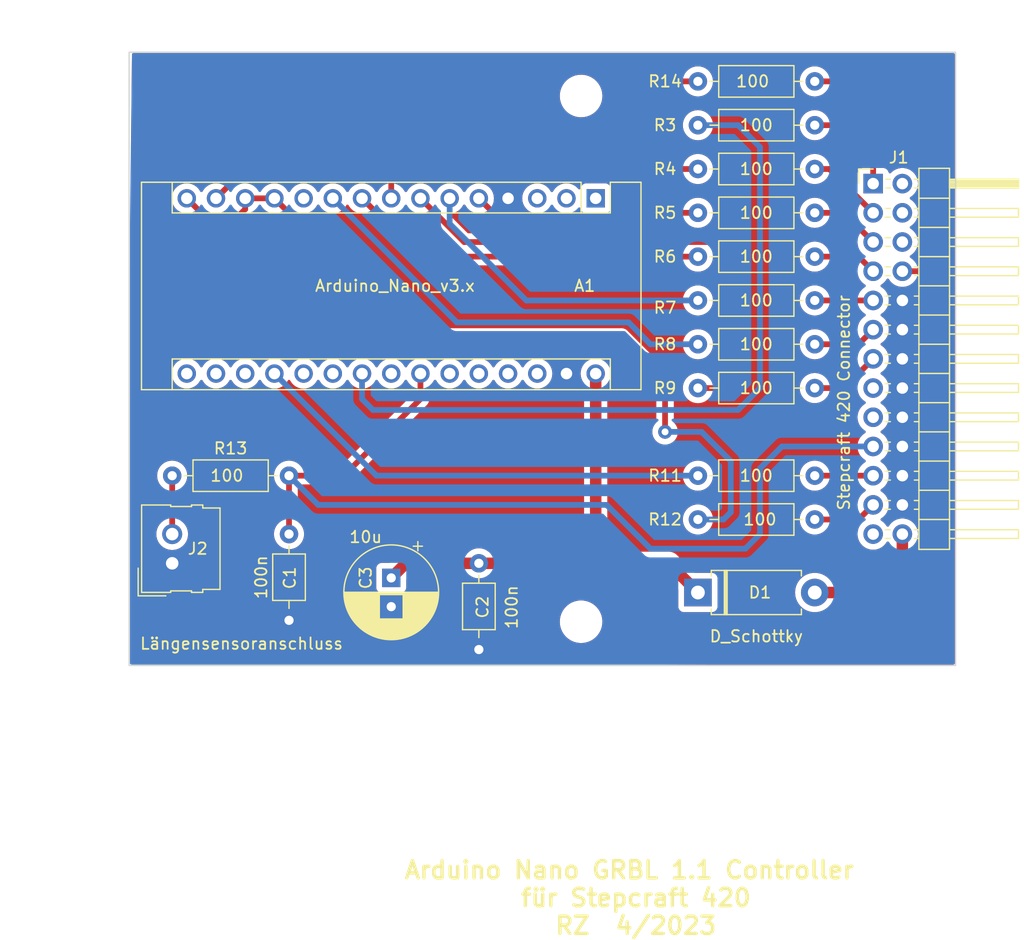
<source format=kicad_pcb>
(kicad_pcb (version 20221018) (generator pcbnew)
  (layers (0 "F.Cu" power) (31 "B.Cu" power) (34 "B.Paste" user) (35 "F.Paste" user) (36 "B.SilkS" user "B.Silkscreen") (37 "F.SilkS" user "F.Silkscreen") (38 "B.Mask" user) (39 "F.Mask" user) (44 "Edge.Cuts" user))
  (net 0 "")
  (net 1 "/STEP_X")
  (net 2 "/STEP_Y")
  (net 4 "GND")
  (net 6 "/STEP_Z")
  (net 7 "/SC_REF_XYZ")
  (net 9 "/DIR_X")
  (net 10 "/SC_DIR_Z")
  (net 12 "/SC_DIR_Y")
  (net 13 "/SC_DIR_X")
  (net 15 "/SC_STEP_Z")
  (net 16 "/SC_STEP_Y")
  (net 18 "/SC_STEP_X")
  (net 20 "/SC_STOP")
  (net 24 "/SC_VCC_5V")
  (net 29 "/SC_Length_Probe")
  (net 30 "/SC_Spindle_On_Off")
  (net 31 "/SC_Spindle_PWM")
  (net 32 "/DIR_Y")
  (net 33 "/DIR_Z")
  (net 34 "Net-(A1-VIN)")
  (net 35 "/REF_XYZ")
  (net 36 "/Spindle_PWM")
  (net 38 "/STOP")
  (net 39 "/Spindle_On_Off")
  (net 45 "Net-(J2-Pin_2)")
  (footprint "Module:Arduino_Nano" (layer "F.Cu") (at 70.8025 67.32 -90)
    (fp_text reference "A1" (at 7.61 0.9525) (layer "F.SilkS"))
    (fp_text value "Arduino_Nano_v3.x" (at 7.61 17.4625) (layer "F.SilkS"))
    (pad "1" thru_hole rect (at 0 0 270) (size 1.6 1.6) (drill 1) (layers "*.Cu" "*.Mask"))
    (pad "2" thru_hole oval (at 0 2.54 270) (size 1.6 1.6) (drill 1) (layers "*.Cu" "*.Mask"))
    (pad "3" thru_hole oval (at 0 5.08 270) (size 1.6 1.6) (drill 1) (layers "*.Cu" "*.Mask"))
    (pad "4" thru_hole oval (at 0 7.62 270) (size 1.6 1.6) (drill 1) (layers "*.Cu" "*.Mask") (net 4 "GND"))
    (pad "5" thru_hole oval (at 0 10.16 270) (size 1.6 1.6) (drill 1) (layers "*.Cu" "*.Mask") (net 1 "/STEP_X"))
    (pad "6" thru_hole oval (at 0 12.7 270) (size 1.6 1.6) (drill 1) (layers "*.Cu" "*.Mask") (net 2 "/STEP_Y"))
    (pad "7" thru_hole oval (at 0 15.24 270) (size 1.6 1.6) (drill 1) (layers "*.Cu" "*.Mask") (net 6 "/STEP_Z"))
    (pad "8" thru_hole oval (at 0 17.78 270) (size 1.6 1.6) (drill 1) (layers "*.Cu" "*.Mask") (net 9 "/DIR_X"))
    (pad "9" thru_hole oval (at 0 20.32 270) (size 1.6 1.6) (drill 1) (layers "*.Cu" "*.Mask") (net 32 "/DIR_Y"))
    (pad "10" thru_hole oval (at 0 22.86 270) (size 1.6 1.6) (drill 1) (layers "*.Cu" "*.Mask") (net 33 "/DIR_Z"))
    (pad "11" thru_hole oval (at 0 25.4 270) (size 1.6 1.6) (drill 1) (layers "*.Cu" "*.Mask"))
    (pad "12" thru_hole oval (at 0 27.94 270) (size 1.6 1.6) (drill 1) (layers "*.Cu" "*.Mask") (net 35 "/REF_XYZ"))
    (pad "13" thru_hole oval (at 0 30.48 270) (size 1.6 1.6) (drill 1) (layers "*.Cu" "*.Mask") (net 35 "/REF_XYZ"))
    (pad "14" thru_hole oval (at 0 33.02 270) (size 1.6 1.6) (drill 1) (layers "*.Cu" "*.Mask") (net 36 "/Spindle_PWM"))
    (pad "15" thru_hole oval (at 0 35.56 270) (size 1.6 1.6) (drill 1) (layers "*.Cu" "*.Mask") (net 35 "/REF_XYZ"))
    (pad "16" thru_hole oval (at 15.24 35.56 270) (size 1.6 1.6) (drill 1) (layers "*.Cu" "*.Mask"))
    (pad "17" thru_hole oval (at 15.24 33.02 270) (size 1.6 1.6) (drill 1) (layers "*.Cu" "*.Mask"))
    (pad "18" thru_hole oval (at 15.24 30.48 270) (size 1.6 1.6) (drill 1) (layers "*.Cu" "*.Mask"))
    (pad "19" thru_hole oval (at 15.24 27.94 270) (size 1.6 1.6) (drill 1) (layers "*.Cu" "*.Mask") (net 38 "/STOP"))
    (pad "20" thru_hole oval (at 15.24 25.4 270) (size 1.6 1.6) (drill 1) (layers "*.Cu" "*.Mask"))
    (pad "21" thru_hole oval (at 15.24 22.86 270) (size 1.6 1.6) (drill 1) (layers "*.Cu" "*.Mask"))
    (pad "22" thru_hole oval (at 15.24 20.32 270) (size 1.6 1.6) (drill 1) (layers "*.Cu" "*.Mask") (net 39 "/Spindle_On_Off"))
    (pad "23" thru_hole oval (at 15.24 17.78 270) (size 1.6 1.6) (drill 1) (layers "*.Cu" "*.Mask"))
    (pad "24" thru_hole oval (at 15.24 15.24 270) (size 1.6 1.6) (drill 1) (layers "*.Cu" "*.Mask") (net 29 "/SC_Length_Probe"))
    (pad "25" thru_hole oval (at 15.24 12.7 270) (size 1.6 1.6) (drill 1) (layers "*.Cu" "*.Mask"))
    (pad "26" thru_hole oval (at 15.24 10.16 270) (size 1.6 1.6) (drill 1) (layers "*.Cu" "*.Mask"))
    (pad "27" thru_hole oval (at 15.24 7.62 270) (size 1.6 1.6) (drill 1) (layers "*.Cu" "*.Mask"))
    (pad "28" thru_hole oval (at 15.24 5.08 270) (size 1.6 1.6) (drill 1) (layers "*.Cu" "*.Mask"))
    (pad "29" thru_hole oval (at 15.24 2.54 270) (size 1.6 1.6) (drill 1) (layers "*.Cu" "*.Mask") (net 4 "GND"))
    (pad "30" thru_hole oval (at 15.24 0 270) (size 1.6 1.6) (drill 1) (layers "*.Cu" "*.Mask") (net 34 "Net-(A1-VIN)"))
  )
  (footprint "Capacitor_THT:C_Axial_L3.8mm_D2.6mm_P7.50mm_Horizontal" (layer "F.Cu") (at 44.1325 96.52 -90)
    (fp_text reference "C1" (at 3.81 -0.0635 90) (layer "F.SilkS"))
    (fp_text value "100n" (at 3.75 2.42 90) (layer "F.SilkS"))
    (pad "1" thru_hole circle (at 0 0 270) (size 1.6 1.6) (drill 0.8) (layers "*.Cu" "*.Mask") (net 29 "/SC_Length_Probe"))
    (pad "2" thru_hole oval (at 7.5 0 270) (size 1.6 1.6) (drill 0.8) (layers "*.Cu" "*.Mask") (net 4 "GND"))
  )
  (footprint "Resistor_THT:R_Axial_DIN0207_L6.3mm_D2.5mm_P10.16mm_Horizontal" (layer "F.Cu") (at 89.8525 60.96 180)
    (fp_text reference "R3" (at 13.0175 0) (layer "F.SilkS"))
    (fp_text value "100" (at 5.08 0) (layer "F.SilkS"))
    (pad "1" thru_hole circle (at 0 0 180) (size 1.6 1.6) (drill 0.8) (layers "*.Cu" "*.Mask") (net 30 "/SC_Spindle_On_Off"))
    (pad "2" thru_hole oval (at 10.16 0 180) (size 1.6 1.6) (drill 0.8) (layers "*.Cu" "*.Mask") (net 39 "/Spindle_On_Off"))
  )
  (footprint "Resistor_THT:R_Axial_DIN0207_L6.3mm_D2.5mm_P10.16mm_Horizontal" (layer "F.Cu") (at 89.8525 57.15 180)
    (fp_text reference "R14" (at 13.0175 0) (layer "F.SilkS"))
    (fp_text value "100" (at 5.3975 0) (layer "F.SilkS"))
    (pad "1" thru_hole circle (at 0 0 180) (size 1.6 1.6) (drill 0.8) (layers "*.Cu" "*.Mask") (net 31 "/SC_Spindle_PWM"))
    (pad "2" thru_hole oval (at 10.16 0 180) (size 1.6 1.6) (drill 0.8) (layers "*.Cu" "*.Mask") (net 36 "/Spindle_PWM"))
  )
  (footprint "MountingHole:MountingHole_3.2mm_M3" (layer "F.Cu") (at 69.5325 104.14)
    (fp_text reference "H1" hide)
    (fp_text value "MountingHole" hide)
    (pad "" np_thru_hole circle (at 0 0) (size 3.2 3.2) (drill 3.2) (layers "F&B.Cu" "*.Mask"))
  )
  (footprint "Resistor_THT:R_Axial_DIN0207_L6.3mm_D2.5mm_P10.16mm_Horizontal" (layer "F.Cu") (at 89.8525 80.01 180)
    (fp_text reference "R8" (at 13.0175 0) (layer "F.SilkS"))
    (fp_text value "100" (at 5.08 0) (layer "F.SilkS"))
    (pad "1" thru_hole circle (at 0 0 180) (size 1.6 1.6) (drill 0.8) (layers "*.Cu" "*.Mask") (net 10 "/SC_DIR_Z"))
    (pad "2" thru_hole oval (at 10.16 0 180) (size 1.6 1.6) (drill 0.8) (layers "*.Cu" "*.Mask") (net 33 "/DIR_Z"))
  )
  (footprint "Capacitor_THT:CP_Radial_D8.0mm_P2.50mm" (layer "F.Cu") (at 53.0225 100.33 -90)
    (fp_text reference "C3" (at 0 2.2225 90) (layer "F.SilkS"))
    (fp_text value "10u" (at -3.556 2.2225) (layer "F.SilkS"))
    (pad "1" thru_hole rect (at 0 0 270) (size 1.6 1.6) (drill 0.8) (layers "*.Cu" "*.Mask") (net 34 "Net-(A1-VIN)"))
    (pad "2" thru_hole circle (at 2.5 0 270) (size 1.6 1.6) (drill 0.8) (layers "*.Cu" "*.Mask") (net 4 "GND"))
  )
  (footprint "Connector_PinHeader_2.54mm:PinHeader_2x13_P2.54mm_Horizontal_top_bootom" (layer "F.Cu") (at 94.9325 66.04)
    (fp_text reference "J1" (at 2.2225 -2.27) (layer "F.SilkS"))
    (fp_text value "Stepcraft 420 Connector" (at -2.54 19.05 90) (layer "F.SilkS"))
    (pad "1" thru_hole rect (at 0 0) (size 1.7 1.7) (drill 1) (layers "*.Cu" "*.Mask") (net 30 "/SC_Spindle_On_Off"))
    (pad "2" thru_hole oval (at 0 2.54) (size 1.7 1.7) (drill 1) (layers "*.Cu" "*.Mask") (net 13 "/SC_DIR_X"))
    (pad "3" thru_hole oval (at 0 5.08) (size 1.7 1.7) (drill 1) (layers "*.Cu" "*.Mask") (net 18 "/SC_STEP_X"))
    (pad "4" thru_hole oval (at 0 7.62) (size 1.7 1.7) (drill 1) (layers "*.Cu" "*.Mask") (net 12 "/SC_DIR_Y"))
    (pad "5" thru_hole oval (at 0 10.16) (size 1.7 1.7) (drill 1) (layers "*.Cu" "*.Mask") (net 16 "/SC_STEP_Y"))
    (pad "6" thru_hole oval (at 0 12.7) (size 1.7 1.7) (drill 1) (layers "*.Cu" "*.Mask") (net 10 "/SC_DIR_Z"))
    (pad "7" thru_hole oval (at 0 15.24) (size 1.7 1.7) (drill 1) (layers "*.Cu" "*.Mask") (net 15 "/SC_STEP_Z"))
    (pad "8" thru_hole oval (at 0 17.78) (size 1.7 1.7) (drill 1) (layers "*.Cu" "*.Mask"))
    (pad "9" thru_hole oval (at 0 20.32) (size 1.7 1.7) (drill 1) (layers "*.Cu" "*.Mask"))
    (pad "10" thru_hole oval (at 0 22.86) (size 1.7 1.7) (drill 1) (layers "*.Cu" "*.Mask") (net 29 "/SC_Length_Probe"))
    (pad "11" thru_hole oval (at 0 25.4) (size 1.7 1.7) (drill 1) (layers "*.Cu" "*.Mask") (net 20 "/SC_STOP"))
    (pad "12" thru_hole oval (at 0 27.94) (size 1.7 1.7) (drill 1) (layers "*.Cu" "*.Mask") (net 7 "/SC_REF_XYZ"))
    (pad "13" thru_hole oval (at 0 30.48) (size 1.7 1.7) (drill 1) (layers "*.Cu" "*.Mask"))
    (pad "14" thru_hole oval (at 2.54 0) (size 1.7 1.7) (drill 1) (layers "*.Cu" "*.Mask"))
    (pad "15" thru_hole oval (at 2.54 2.54) (size 1.7 1.7) (drill 1) (layers "*.Cu" "*.Mask"))
    (pad "16" thru_hole oval (at 2.54 5.08) (size 1.7 1.7) (drill 1) (layers "*.Cu" "*.Mask"))
    (pad "17" thru_hole oval (at 2.54 7.62) (size 1.7 1.7) (drill 1) (layers "*.Cu" "*.Mask") (net 31 "/SC_Spindle_PWM"))
    (pad "18" thru_hole oval (at 2.54 10.16) (size 1.7 1.7) (drill 1) (layers "*.Cu" "*.Mask") (net 4 "GND"))
    (pad "19" thru_hole oval (at 2.54 12.7) (size 1.7 1.7) (drill 1) (layers "*.Cu" "*.Mask") (net 4 "GND"))
    (pad "20" thru_hole oval (at 2.54 15.24) (size 1.7 1.7) (drill 1) (layers "*.Cu" "*.Mask") (net 4 "GND"))
    (pad "21" thru_hole oval (at 2.54 17.78) (size 1.7 1.7) (drill 1) (layers "*.Cu" "*.Mask") (net 4 "GND"))
    (pad "22" thru_hole oval (at 2.54 20.32) (size 1.7 1.7) (drill 1) (layers "*.Cu" "*.Mask") (net 4 "GND"))
    (pad "23" thru_hole oval (at 2.54 22.86) (size 1.7 1.7) (drill 1) (layers "*.Cu" "*.Mask") (net 4 "GND"))
    (pad "24" thru_hole oval (at 2.54 25.4) (size 1.7 1.7) (drill 1) (layers "*.Cu" "*.Mask") (net 4 "GND"))
    (pad "25" thru_hole oval (at 2.54 27.94) (size 1.7 1.7) (drill 1) (layers "*.Cu" "*.Mask") (net 4 "GND"))
    (pad "26" thru_hole oval (at 2.54 30.48) (size 1.7 1.7) (drill 1) (layers "*.Cu" "*.Mask") (net 24 "/SC_VCC_5V"))
  )
  (footprint "Resistor_THT:R_Axial_DIN0207_L6.3mm_D2.5mm_P10.16mm_Horizontal" (layer "F.Cu") (at 89.8525 95.25 180)
    (fp_text reference "R12" (at 13.0175 0) (layer "F.SilkS"))
    (fp_text value "100" (at 4.7625 0) (layer "F.SilkS"))
    (pad "1" thru_hole circle (at 0 0 180) (size 1.6 1.6) (drill 0.8) (layers "*.Cu" "*.Mask") (net 7 "/SC_REF_XYZ"))
    (pad "2" thru_hole oval (at 10.16 0 180) (size 1.6 1.6) (drill 0.8) (layers "*.Cu" "*.Mask") (net 35 "/REF_XYZ"))
  )
  (footprint "Resistor_THT:R_Axial_DIN0207_L6.3mm_D2.5mm_P10.16mm_Horizontal" (layer "F.Cu") (at 89.8525 64.77 180)
    (fp_text reference "R4" (at 13.0175 0) (layer "F.SilkS"))
    (fp_text value "100" (at 5.08 0) (layer "F.SilkS"))
    (pad "1" thru_hole circle (at 0 0 180) (size 1.6 1.6) (drill 0.8) (layers "*.Cu" "*.Mask") (net 13 "/SC_DIR_X"))
    (pad "2" thru_hole oval (at 10.16 0 180) (size 1.6 1.6) (drill 0.8) (layers "*.Cu" "*.Mask") (net 9 "/DIR_X"))
  )
  (footprint "MountingHole:MountingHole_3.2mm_M3" (layer "F.Cu") (at 69.5325 58.42)
    (fp_text reference "H2" hide)
    (fp_text value "MountingHole" hide)
    (pad "" np_thru_hole circle (at 0 0) (size 3.2 3.2) (drill 3.2) (layers "F&B.Cu" "*.Mask"))
  )
  (footprint "Resistor_THT:R_Axial_DIN0207_L6.3mm_D2.5mm_P10.16mm_Horizontal" (layer "F.Cu") (at 33.9725 91.44)
    (fp_text reference "R13" (at 5.08 -2.37) (layer "F.SilkS"))
    (fp_text value "100" (at 4.7625 0) (layer "F.SilkS"))
    (pad "1" thru_hole circle (at 0 0) (size 1.6 1.6) (drill 0.8) (layers "*.Cu" "*.Mask") (net 45 "Net-(J2-Pin_2)"))
    (pad "2" thru_hole oval (at 10.16 0) (size 1.6 1.6) (drill 0.8) (layers "*.Cu" "*.Mask") (net 29 "/SC_Length_Probe"))
  )
  (footprint "Capacitor_THT:C_Axial_L3.8mm_D2.6mm_P7.50mm_Horizontal" (layer "F.Cu") (at 60.6425 99.06 -90)
    (fp_text reference "C2" (at 3.81 -0.3175 90) (layer "F.SilkS"))
    (fp_text value "100n" (at 3.81 -2.8575 90) (layer "F.SilkS"))
    (pad "1" thru_hole circle (at 0 0 270) (size 1.6 1.6) (drill 0.8) (layers "*.Cu" "*.Mask") (net 34 "Net-(A1-VIN)"))
    (pad "2" thru_hole oval (at 7.5 0 270) (size 1.6 1.6) (drill 0.8) (layers "*.Cu" "*.Mask") (net 4 "GND"))
  )
  (footprint "Resistor_THT:R_Axial_DIN0207_L6.3mm_D2.5mm_P10.16mm_Horizontal" (layer "F.Cu") (at 89.8525 68.58 180)
    (fp_text reference "R5" (at 13.0175 0) (layer "F.SilkS"))
    (fp_text value "100" (at 5.08 0) (layer "F.SilkS"))
    (pad "1" thru_hole circle (at 0 0 180) (size 1.6 1.6) (drill 0.8) (layers "*.Cu" "*.Mask") (net 18 "/SC_STEP_X"))
    (pad "2" thru_hole oval (at 10.16 0 180) (size 1.6 1.6) (drill 0.8) (layers "*.Cu" "*.Mask") (net 1 "/STEP_X"))
  )
  (footprint "Resistor_THT:R_Axial_DIN0207_L6.3mm_D2.5mm_P10.16mm_Horizontal" (layer "F.Cu") (at 89.8525 72.39 180)
    (fp_text reference "R6" (at 13.0175 0) (layer "F.SilkS"))
    (fp_text value "100" (at 5.08 0) (layer "F.SilkS"))
    (pad "1" thru_hole circle (at 0 0 180) (size 1.6 1.6) (drill 0.8) (layers "*.Cu" "*.Mask") (net 12 "/SC_DIR_Y"))
    (pad "2" thru_hole oval (at 10.16 0 180) (size 1.6 1.6) (drill 0.8) (layers "*.Cu" "*.Mask") (net 32 "/DIR_Y"))
  )
  (footprint "Resistor_THT:R_Axial_DIN0207_L6.3mm_D2.5mm_P10.16mm_Horizontal" (layer "F.Cu") (at 89.8525 91.44 180)
    (fp_text reference "R11" (at 13.0175 0) (layer "F.SilkS"))
    (fp_text value "100" (at 5.08 0) (layer "F.SilkS"))
    (pad "1" thru_hole circle (at 0 0 180) (size 1.6 1.6) (drill 0.8) (layers "*.Cu" "*.Mask") (net 20 "/SC_STOP"))
    (pad "2" thru_hole oval (at 10.16 0 180) (size 1.6 1.6) (drill 0.8) (layers "*.Cu" "*.Mask") (net 38 "/STOP"))
  )
  (footprint "Diode_THT:D_DO-15_P10.16mm_Horizontal" (layer "F.Cu") (at 79.6925 101.6)
    (fp_text reference "D1" (at 5.3975 0) (layer "F.SilkS"))
    (fp_text value "D_Schottky" (at 5.08 3.81) (layer "F.SilkS"))
    (pad "1" thru_hole rect (at 0 0) (size 2.4 2.4) (drill 1.2) (layers "*.Cu" "*.Mask") (net 34 "Net-(A1-VIN)"))
    (pad "2" thru_hole oval (at 10.16 0) (size 2.4 2.4) (drill 1.2) (layers "*.Cu" "*.Mask") (net 24 "/SC_VCC_5V"))
  )
  (footprint "Resistor_THT:R_Axial_DIN0207_L6.3mm_D2.5mm_P10.16mm_Horizontal" (layer "F.Cu") (at 89.8525 76.2 180)
    (fp_text reference "R7" (at 13.0175 -0.635) (layer "F.SilkS"))
    (fp_text value "100" (at 5.08 0) (layer "F.SilkS"))
    (pad "1" thru_hole circle (at 0 0 180) (size 1.6 1.6) (drill 0.8) (layers "*.Cu" "*.Mask") (net 16 "/SC_STEP_Y"))
    (pad "2" thru_hole oval (at 10.16 0 180) (size 1.6 1.6) (drill 0.8) (layers "*.Cu" "*.Mask") (net 2 "/STEP_Y"))
  )
  (footprint "Resistor_THT:R_Axial_DIN0207_L6.3mm_D2.5mm_P10.16mm_Horizontal" (layer "F.Cu") (at 89.8525 83.82 180)
    (fp_text reference "R9" (at 13.0175 0) (layer "F.SilkS"))
    (fp_text value "100" (at 5.08 0) (layer "F.SilkS"))
    (pad "1" thru_hole circle (at 0 0 180) (size 1.6 1.6) (drill 0.8) (layers "*.Cu" "*.Mask") (net 15 "/SC_STEP_Z"))
    (pad "2" thru_hole oval (at 10.16 0 180) (size 1.6 1.6) (drill 0.8) (layers "*.Cu" "*.Mask") (net 6 "/STEP_Z"))
  )
  (footprint "Connector_Molex:Molex_SL_171971-0002_1x02_P2.54mm_Vertical" (layer "F.Cu") (at 33.9725 99.06 90)
    (fp_text reference "J2" (at 1.27 2.2225 180) (layer "F.SilkS"))
    (fp_text value "Längensensoranschluss" (at -6.985 6.0325 180) (layer "F.SilkS"))
    (pad "1" thru_hole roundrect (at 0 0 90) (size 1.74 1.74) (drill 1.09) (layers "*.Cu" "*.Mask") (roundrect_rratio 0.1436781609) (net 4 "GND"))
    (pad "2" thru_hole circle (at 2.54 0 90) (size 1.74 1.74) (drill 1.09) (layers "*.Cu" "*.Mask") (net 45 "Net-(J2-Pin_2)"))
  )
  (gr_rect (start 30.226 54.61) (end 102.108 107.95) (stroke (width 0.1)) (fill none) (layer "Edge.Cuts"))
  (gr_text "Arduino Nano GRBL 1.1 Controller \nfür Stepcraft 420\nRZ  4/2023" (at 74.295 131.445) (layer "F.SilkS") (effects (font (size 1.5 1.5) (thickness 0.3) bold) (justify bottom)))
  (segment (start 73.66 68.58) (end 79.6925 68.58) (width 0.5) (layer "F.Cu") (net 1))
  (segment (start 60.6425 67.32) (end 62.5375 69.215) (width 0.5) (layer "F.Cu") (net 1))
  (segment (start 62.5375 69.215) (end 73.025 69.215) (width 0.5) (layer "F.Cu") (net 1))
  (segment (start 73.025 69.215) (end 73.66 68.58) (width 0.5) (layer "F.Cu") (net 1))
  (segment (start 64.77 76.2) (end 79.6925 76.2) (width 0.5) (layer "B.Cu") (net 2))
  (segment (start 58.1025 67.32) (end 58.1025 69.5325) (width 0.5) (layer "B.Cu") (net 2))
  (segment (start 58.1025 69.5325) (end 64.77 76.2) (width 0.5) (layer "B.Cu") (net 2))
  (segment (start 83.185 83.185) (end 82.55 83.82) (width 0.5) (layer "F.Cu") (net 6))
  (segment (start 59.3625 71.12) (end 81.915 71.12) (width 0.5) (layer "F.Cu") (net 6))
  (segment (start 83.185 72.39) (end 83.185 83.185) (width 0.5) (layer "F.Cu") (net 6))
  (segment (start 82.55 83.82) (end 79.6925 83.82) (width 0.5) (layer "F.Cu") (net 6))
  (segment (start 55.5625 67.32) (end 59.3625 71.12) (width 0.5) (layer "F.Cu") (net 6))
  (segment (start 81.915 71.12) (end 83.185 72.39) (width 0.5) (layer "F.Cu") (net 6))
  (segment (start 89.8525 95.25) (end 93.6625 95.25) (width 0.5) (layer "F.Cu") (net 7))
  (segment (start 93.6625 95.25) (end 94.9325 93.98) (width 0.5) (layer "F.Cu") (net 7))
  (segment (start 53.975 64.77) (end 79.6925 64.77) (width 0.5) (layer "F.Cu") (net 9))
  (segment (start 53.0225 65.7225) (end 53.975 64.77) (width 0.5) (layer "F.Cu") (net 9))
  (segment (start 53.0225 67.32) (end 53.0225 65.7225) (width 0.5) (layer "F.Cu") (net 9))
  (segment (start 93.6625 80.01) (end 94.9325 78.74) (width 0.5) (layer "F.Cu") (net 10))
  (segment (start 89.8525 80.01) (end 93.6625 80.01) (width 0.5) (layer "F.Cu") (net 10))
  (segment (start 93.6625 72.39) (end 94.9325 73.66) (width 0.5) (layer "F.Cu") (net 12))
  (segment (start 89.8525 72.39) (end 93.6625 72.39) (width 0.5) (layer "F.Cu") (net 12))
  (segment (start 91.1225 64.77) (end 94.9325 68.58) (width 0.5) (layer "F.Cu") (net 13))
  (segment (start 89.8525 64.77) (end 91.1225 64.77) (width 0.5) (layer "F.Cu") (net 13))
  (segment (start 92.3925 83.82) (end 94.9325 81.28) (width 0.5) (layer "F.Cu") (net 15))
  (segment (start 89.8525 83.82) (end 92.3925 83.82) (width 0.5) (layer "F.Cu") (net 15))
  (segment (start 89.8525 76.2) (end 94.9325 76.2) (width 0.5) (layer "F.Cu") (net 16))
  (segment (start 92.3925 68.58) (end 94.9325 71.12) (width 0.5) (layer "F.Cu") (net 18))
  (segment (start 89.8525 68.58) (end 92.3925 68.58) (width 0.5) (layer "F.Cu") (net 18))
  (segment (start 89.8525 91.44) (end 94.9325 91.44) (width 0.5) (layer "F.Cu") (net 20))
  (segment (start 97.4725 98.1075) (end 97.4725 96.52) (width 1) (layer "F.Cu") (net 24))
  (segment (start 93.98 101.6) (end 97.4725 98.1075) (width 1) (layer "F.Cu") (net 24))
  (segment (start 89.8525 101.6) (end 93.98 101.6) (width 1) (layer "F.Cu") (net 24))
  (segment (start 44.1325 96.52) (end 44.1325 91.44) (width 0.5) (layer "F.Cu") (net 29))
  (segment (start 55.5625 84.7725) (end 55.5625 82.56) (width 0.5) (layer "F.Cu") (net 29))
  (segment (start 48.895 91.44) (end 55.5625 84.7725) (width 0.5) (layer "F.Cu") (net 29))
  (segment (start 44.1325 91.44) (end 48.895 91.44) (width 0.5) (layer "F.Cu") (net 29))
  (segment (start 85.09 96.52) (end 85.09 90.805) (width 0.5) (layer "B.Cu") (net 29))
  (segment (start 71.755 93.98) (end 75.565 97.79) (width 0.5) (layer "B.Cu") (net 29))
  (segment (start 44.1325 91.44) (end 46.6725 93.98) (width 0.5) (layer "B.Cu") (net 29))
  (segment (start 85.09 90.805) (end 86.995 88.9) (width 0.5) (layer "B.Cu") (net 29))
  (segment (start 46.6725 93.98) (end 71.755 93.98) (width 0.5) (layer "B.Cu") (net 29))
  (segment (start 83.82 97.79) (end 85.09 96.52) (width 0.5) (layer "B.Cu") (net 29))
  (segment (start 86.995 88.9) (end 94.9325 88.9) (width 0.5) (layer "B.Cu") (net 29))
  (segment (start 75.565 97.79) (end 83.82 97.79) (width 0.5) (layer "B.Cu") (net 29))
  (segment (start 91.44 60.96) (end 94.9325 64.4525) (width 0.5) (layer "F.Cu") (net 30))
  (segment (start 94.9325 64.4525) (end 94.9325 66.04) (width 0.5) (layer "F.Cu") (net 30))
  (segment (start 89.8525 60.96) (end 91.44 60.96) (width 0.5) (layer "F.Cu") (net 30))
  (segment (start 100.33 62.23) (end 100.33 72.39) (width 0.5) (layer "F.Cu") (net 31))
  (segment (start 95.25 57.15) (end 100.33 62.23) (width 0.5) (layer "F.Cu") (net 31))
  (segment (start 99.06 73.66) (end 97.4725 73.66) (width 0.5) (layer "F.Cu") (net 31))
  (segment (start 89.8525 57.15) (end 95.25 57.15) (width 0.5) (layer "F.Cu") (net 31))
  (segment (start 100.33 72.39) (end 99.06 73.66) (width 0.5) (layer "F.Cu") (net 31))
  (segment (start 50.4825 67.32) (end 55.5525 72.39) (width 0.5) (layer "F.Cu") (net 32))
  (segment (start 55.5525 72.39) (end 79.6925 72.39) (width 0.5) (layer "F.Cu") (net 32))
  (segment (start 58.7275 78.105) (end 73.66 78.105) (width 0.5) (layer "B.Cu") (net 33))
  (segment (start 75.565 80.01) (end 79.6925 80.01) (width 0.5) (layer "B.Cu") (net 33))
  (segment (start 73.66 78.105) (end 75.565 80.01) (width 0.5) (layer "B.Cu") (net 33))
  (segment (start 47.9425 67.32) (end 58.7275 78.105) (width 0.5) (layer "B.Cu") (net 33))
  (segment (start 60.6425 99.06) (end 54.2925 99.06) (width 1) (layer "F.Cu") (net 34))
  (segment (start 77.1525 99.06) (end 79.6925 101.6) (width 1) (layer "F.Cu") (net 34))
  (segment (start 70.8025 98.7425) (end 70.485 99.06) (width 1) (layer "F.Cu") (net 34))
  (segment (start 70.8025 82.56) (end 70.8025 98.7425) (width 1) (layer "F.Cu") (net 34))
  (segment (start 70.485 99.06) (end 77.1525 99.06) (width 1) (layer "F.Cu") (net 34))
  (segment (start 60.6425 99.06) (end 70.485 99.06) (width 1) (layer "F.Cu") (net 34))
  (segment (start 54.2925 99.06) (end 53.0225 100.33) (width 1) (layer "F.Cu") (net 34))
  (segment (start 73.025 79.375) (end 76.835 83.185) (width 0.5) (layer "F.Cu") (net 35))
  (segment (start 37.1375 69.215) (end 39.37 69.215) (width 0.5) (layer "F.Cu") (net 35))
  (segment (start 39.37 69.215) (end 40.3225 68.2625) (width 0.5) (layer "F.Cu") (net 35))
  (segment (start 40.3225 67.32) (end 42.8625 67.32) (width 0.5) (layer "F.Cu") (net 35))
  (segment (start 76.835 83.185) (end 76.835 87.63) (width 0.5) (layer "F.Cu") (net 35))
  (segment (start 40.3225 68.2625) (end 40.3225 67.32) (width 0.5) (layer "F.Cu") (net 35))
  (segment (start 35.2425 67.32) (end 37.1375 69.215) (width 0.5) (layer "F.Cu") (net 35))
  (segment (start 42.8625 67.32) (end 54.9175 79.375) (width 0.5) (layer "F.Cu") (net 35))
  (segment (start 54.9175 79.375) (end 73.025 79.375) (width 0.5) (layer "F.Cu") (net 35))
  (via (at 76.835 87.63) (size 1.2) (drill 0.6) (layers "F.Cu" "B.Cu") (net 35))
  (segment (start 76.835 87.63) (end 80.01 87.63) (width 0.5) (layer "B.Cu") (net 35))
  (segment (start 80.01 87.63) (end 82.55 90.17) (width 0.5) (layer "B.Cu") (net 35))
  (segment (start 81.915 95.25) (end 79.6925 95.25) (width 0.5) (layer "B.Cu") (net 35))
  (segment (start 82.55 94.615) (end 81.915 95.25) (width 0.5) (layer "B.Cu") (net 35))
  (segment (start 82.55 90.17) (end 82.55 94.615) (width 0.5) (layer "B.Cu") (net 35))
  (segment (start 75.565 59.69) (end 75.565 57.785) (width 0.5) (layer "F.Cu") (net 36))
  (segment (start 75.565 57.785) (end 76.2 57.15) (width 0.5) (layer "F.Cu") (net 36))
  (segment (start 42.8725 62.23) (end 73.025 62.23) (width 0.5) (layer "F.Cu") (net 36))
  (segment (start 76.2 57.15) (end 79.6925 57.15) (width 0.5) (layer "F.Cu") (net 36))
  (segment (start 37.7825 67.32) (end 42.8725 62.23) (width 0.5) (layer "F.Cu") (net 36))
  (segment (start 73.025 62.23) (end 75.565 59.69) (width 0.5) (layer "F.Cu") (net 36))
  (segment (start 51.7425 91.44) (end 79.6925 91.44) (width 0.5) (layer "B.Cu") (net 38))
  (segment (start 42.8625 82.56) (end 51.7425 91.44) (width 0.5) (layer "B.Cu") (net 38))
  (segment (start 85.09 62.865) (end 83.185 60.96) (width 0.5) (layer "B.Cu") (net 39))
  (segment (start 83.185 85.725) (end 85.09 83.82) (width 0.5) (layer "B.Cu") (net 39))
  (segment (start 50.4825 84.7725) (end 51.435 85.725) (width 0.5) (layer "B.Cu") (net 39))
  (segment (start 83.185 60.96) (end 79.6925 60.96) (width 0.5) (layer "B.Cu") (net 39))
  (segment (start 50.4825 82.56) (end 50.4825 84.7725) (width 0.5) (layer "B.Cu") (net 39))
  (segment (start 51.435 85.725) (end 83.185 85.725) (width 0.5) (layer "B.Cu") (net 39))
  (segment (start 85.09 83.82) (end 85.09 62.865) (width 0.5) (layer "B.Cu") (net 39))
  (segment (start 33.9725 96.52) (end 33.9725 91.44) (width 0.5) (layer "F.Cu") (net 45))
  (zone (net 4) (net_name "GND") (layers "F&B.Cu") (connect_pads yes (clearance 0.508)) (min_thickness 0.25) (fill yes (thermal_gap 0.5) (thermal_bridge_width 0.5))
    (polygon (pts (xy 30.48 54.61) (xy 102.235 54.61) (xy 102.235 107.95) (xy 29.972 107.696)))
  )
  (zone (net 4) (net_name "GND") (layer "B.Cu") (priority 1) (connect_pads yes (clearance 0.508)) (min_thickness 0.25) (fill yes (thermal_gap 0.5) (thermal_bridge_width 0.5))
    (polygon (pts (xy 30.48 54.61) (xy 102.235 54.61) (xy 102.235 107.95) (xy 29.845 107.95)))
  )
)
</source>
